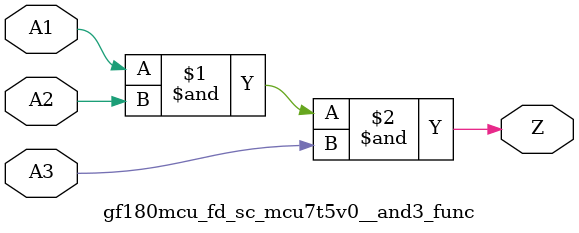
<source format=v>

`ifndef GF180MCU_FD_SC_MCU7T5V0__AND3_FUNC_V
`define GF180MCU_FD_SC_MCU7T5V0__AND3_FUNC_V

`ifdef USE_POWER_PINS
module gf180mcu_fd_sc_mcu7t5v0__and3_func( A3, A2, A1, Z, VDD, VSS );
inout VDD, VSS;
`else // If not USE_POWER_PINS
module gf180mcu_fd_sc_mcu7t5v0__and3_func( A3, A2, A1, Z );
`endif // If not USE_POWER_PINS
input A1, A2, A3;
output Z;

	and MGM_BG_0( Z, A1, A2, A3 );

endmodule
`endif // GF180MCU_FD_SC_MCU7T5V0__AND3_V

</source>
